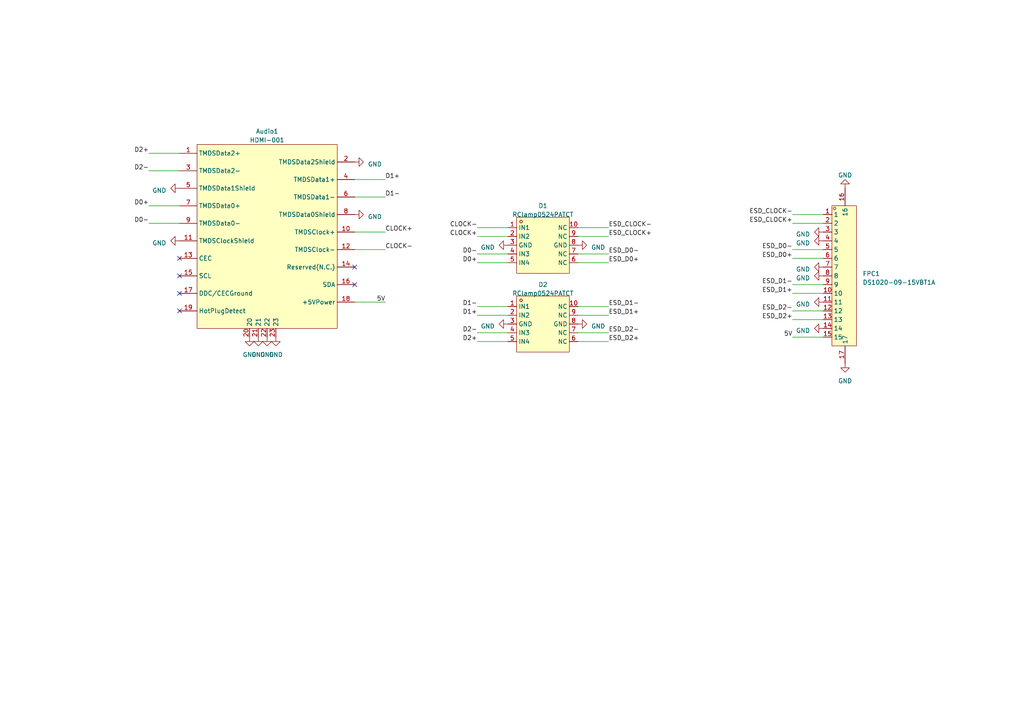
<source format=kicad_sch>
(kicad_sch (version 20230121) (generator eeschema)
  (paper "A4")
  (lib_symbols
    (symbol "easyeda2kicad:DS1020-09-15VBT1A"
      (property "Reference" "FPC" (at 0 30.48 0))
      (property "Value" "DS1020-09-15VBT1A" (at 0 -30.48 0))
      (symbol "DS1020-09-15VBT1A_0_1"
        (rectangle (start -1.27 20.32) (end 5.84 -20.32) (fill (type background)))
        (circle (center -0.51 19.56) (radius 0.38))
        (pin unspecified line (at -3.81 17.78 0) (length 2.54) (name "1") (number "1"))
        (pin unspecified line (at -3.81 -5.08 0) (length 2.54) (name "10") (number "10"))
        (pin unspecified line (at -3.81 -7.62 0) (length 2.54) (name "11") (number "11"))
        (pin unspecified line (at -3.81 -10.16 0) (length 2.54) (name "12") (number "12"))
        (pin unspecified line (at -3.81 -12.7 0) (length 2.54) (name "13") (number "13"))
        (pin unspecified line (at -3.81 -15.24 0) (length 2.54) (name "14") (number "14"))
        (pin unspecified line (at -3.81 -17.78 0) (length 2.54) (name "15") (number "15"))
        (pin unspecified line (at 2.54 25.4 270) (length 5.08) (name "16") (number "16"))
        (pin unspecified line (at 2.54 -25.4 90) (length 5.08) (name "17") (number "17"))
        (pin unspecified line (at -3.81 15.24 0) (length 2.54) (name "2") (number "2"))
        (pin unspecified line (at -3.81 12.7 0) (length 2.54) (name "3") (number "3"))
        (pin unspecified line (at -3.81 10.16 0) (length 2.54) (name "4") (number "4"))
        (pin unspecified line (at -3.81 7.62 0) (length 2.54) (name "5") (number "5"))
        (pin unspecified line (at -3.81 5.08 0) (length 2.54) (name "6") (number "6"))
        (pin unspecified line (at -3.81 2.54 0) (length 2.54) (name "7") (number "7"))
        (pin unspecified line (at -3.81 0 0) (length 2.54) (name "8") (number "8"))
        (pin unspecified line (at -3.81 -2.54 0) (length 2.54) (name "9") (number "9"))
      )
    )
    (symbol "easyeda2kicad:HDMI-001"
      (property "Reference" "Audio" (at 0 30.48 0))
      (property "Value" "HDMI-001" (at 0 -33.02 0))
      (symbol "HDMI-001_0_1"
        (rectangle (start -20.32 27.94) (end 20.32 -25.4) (fill (type background)))
        (pin unspecified line (at -25.4 25.4 0) (length 5.08) (name "TMDSData2+") (number "1"))
        (pin unspecified line (at 25.4 2.54 180) (length 5.08) (name "TMDSClock+") (number "10"))
        (pin unspecified line (at -25.4 0 0) (length 5.08) (name "TMDSClockShield") (number "11"))
        (pin unspecified line (at 25.4 -2.54 180) (length 5.08) (name "TMDSClock-") (number "12"))
        (pin unspecified line (at -25.4 -5.08 0) (length 5.08) (name "CEC") (number "13"))
        (pin unspecified line (at 25.4 -7.62 180) (length 5.08) (name "Reserved(N.C.)") (number "14"))
        (pin unspecified line (at -25.4 -10.16 0) (length 5.08) (name "SCL") (number "15"))
        (pin unspecified line (at 25.4 -12.7 180) (length 5.08) (name "SDA") (number "16"))
        (pin unspecified line (at -25.4 -15.24 0) (length 5.08) (name "DDC/CECGround") (number "17"))
        (pin unspecified line (at 25.4 -17.78 180) (length 5.08) (name "+5VPower") (number "18"))
        (pin unspecified line (at -25.4 -20.32 0) (length 5.08) (name "HotPlugDetect") (number "19"))
        (pin unspecified line (at 25.4 22.86 180) (length 5.08) (name "TMDSData2Shield") (number "2"))
        (pin unspecified line (at -5.08 -27.94 90) (length 2.54) (name "20") (number "20"))
        (pin unspecified line (at -2.54 -27.94 90) (length 2.54) (name "21") (number "21"))
        (pin unspecified line (at 0 -27.94 90) (length 2.54) (name "22") (number "22"))
        (pin unspecified line (at 2.54 -27.94 90) (length 2.54) (name "23") (number "23"))
        (pin unspecified line (at -25.4 20.32 0) (length 5.08) (name "TMDSData2-") (number "3"))
        (pin unspecified line (at 25.4 17.78 180) (length 5.08) (name "TMDSData1+") (number "4"))
        (pin unspecified line (at -25.4 15.24 0) (length 5.08) (name "TMDSData1Shield") (number "5"))
        (pin unspecified line (at 25.4 12.7 180) (length 5.08) (name "TMDSData1-") (number "6"))
        (pin unspecified line (at -25.4 10.16 0) (length 5.08) (name "TMDSData0+") (number "7"))
        (pin unspecified line (at 25.4 7.62 180) (length 5.08) (name "TMDSData0Shield") (number "8"))
        (pin unspecified line (at -25.4 5.08 0) (length 5.08) (name "TMDSData0-") (number "9"))
      )
    )
    (symbol "easyeda2kicad:RClamp0524PATCT"
      (property "Reference" "D" (at 0 10.16 0))
      (property "Value" "RClamp0524PATCT" (at 0 -10.16 0))
      (symbol "RClamp0524PATCT_0_1"
        (rectangle (start -7.62 8.13) (end 7.62 -8.13) (fill (type background)))
        (circle (center -6.35 6.86) (radius 0.38))
        (circle (center -6.35 6.86) (radius 0.38))
        (pin unspecified line (at -10.16 5.08 0) (length 2.54) (name "IN1") (number "1"))
        (pin unspecified line (at 10.16 5.08 180) (length 2.54) (name "NC") (number "10"))
        (pin unspecified line (at -10.16 2.54 0) (length 2.54) (name "IN2") (number "2"))
        (pin unspecified line (at -10.16 0 0) (length 2.54) (name "GND") (number "3"))
        (pin unspecified line (at -10.16 -2.54 0) (length 2.54) (name "IN3") (number "4"))
        (pin unspecified line (at -10.16 -5.08 0) (length 2.54) (name "IN4") (number "5"))
        (pin unspecified line (at 10.16 -5.08 180) (length 2.54) (name "NC") (number "6"))
        (pin unspecified line (at 10.16 -2.54 180) (length 2.54) (name "NC") (number "7"))
        (pin unspecified line (at 10.16 0 180) (length 2.54) (name "GND") (number "8"))
        (pin unspecified line (at 10.16 2.54 180) (length 2.54) (name "NC") (number "9"))
      )
    )
    (symbol "power:GND" (power) (pin_names (offset 0))
      (property "Value" "GND" (at 0 -3.81 0))
      (symbol "GND_0_1"
        (polyline (pts (xy 0 0) (xy 0 -1.27) (xy 1.27 -1.27) (xy 0 -2.54) (xy -1.27 -1.27) (xy 0 -1.27)))
      )
      (symbol "GND_1_1"
        (pin power_in line (at 0 0 270) (length 0) hide (name "GND") (number "1"))
      )
    )
  )
  (no_connect (at 52.07 85.09))
  (no_connect (at 52.07 90.17))
  (no_connect (at 102.87 77.47))
  (no_connect (at 52.07 80.01))
  (no_connect (at 52.07 74.93))
  (no_connect (at 102.87 82.55))
  (wire (pts (xy 111.76 87.63) (xy 102.87 87.63)))
  (wire (pts (xy 138.43 88.9) (xy 147.32 88.9)))
  (wire (pts (xy 138.43 96.52) (xy 147.32 96.52)))
  (wire (pts (xy 43.18 49.53) (xy 52.07 49.53)))
  (wire (pts (xy 229.87 72.39) (xy 238.76 72.39)))
  (wire (pts (xy 229.87 85.09) (xy 238.76 85.09)))
  (wire (pts (xy 43.18 64.77) (xy 52.07 64.77)))
  (wire (pts (xy 229.87 97.79) (xy 238.76 97.79)))
  (wire (pts (xy 138.43 91.44) (xy 147.32 91.44)))
  (wire (pts (xy 229.87 92.71) (xy 238.76 92.71)))
  (wire (pts (xy 43.18 59.69) (xy 52.07 59.69)))
  (wire (pts (xy 176.53 99.06) (xy 167.64 99.06)))
  (wire (pts (xy 111.76 57.15) (xy 102.87 57.15)))
  (wire (pts (xy 138.43 73.66) (xy 147.32 73.66)))
  (wire (pts (xy 111.76 67.31) (xy 102.87 67.31)))
  (wire (pts (xy 43.18 44.45) (xy 52.07 44.45)))
  (wire (pts (xy 176.53 88.9) (xy 167.64 88.9)))
  (wire (pts (xy 111.76 52.07) (xy 102.87 52.07)))
  (wire (pts (xy 176.53 68.58) (xy 167.64 68.58)))
  (wire (pts (xy 111.76 72.39) (xy 102.87 72.39)))
  (wire (pts (xy 176.53 91.44) (xy 167.64 91.44)))
  (wire (pts (xy 229.87 62.23) (xy 238.76 62.23)))
  (wire (pts (xy 138.43 76.2) (xy 147.32 76.2)))
  (wire (pts (xy 229.87 74.93) (xy 238.76 74.93)))
  (wire (pts (xy 138.43 99.06) (xy 147.32 99.06)))
  (wire (pts (xy 176.53 76.2) (xy 167.64 76.2)))
  (wire (pts (xy 176.53 66.04) (xy 167.64 66.04)))
  (wire (pts (xy 176.53 96.52) (xy 167.64 96.52)))
  (wire (pts (xy 138.43 68.58) (xy 147.32 68.58)))
  (wire (pts (xy 138.43 66.04) (xy 147.32 66.04)))
  (wire (pts (xy 229.87 64.77) (xy 238.76 64.77)))
  (wire (pts (xy 229.87 82.55) (xy 238.76 82.55)))
  (wire (pts (xy 176.53 73.66) (xy 167.64 73.66)))
  (wire (pts (xy 229.87 90.17) (xy 238.76 90.17)))
  (label "D2-" (at 43.18 49.53 180))
  (label "D2+" (at 43.18 44.45 180))
  (label "CLOCK+" (at 138.43 68.58 180))
  (label "D2+" (at 138.43 99.06 180))
  (label "ESD_D2+" (at 176.53 99.06 0))
  (label "D2-" (at 138.43 96.52 180))
  (label "ESD_CLOCK+" (at 229.87 64.77 180))
  (label "D0-" (at 43.18 64.77 180))
  (label "ESD_CLOCK+" (at 176.53 68.58 0))
  (label "D1+" (at 138.43 91.44 180))
  (label "ESD_D2-" (at 176.53 96.52 0))
  (label "CLOCK-" (at 111.76 72.39 0))
  (label "ESD_CLOCK-" (at 176.53 66.04 0))
  (label "ESD_D2+" (at 229.87 92.71 180))
  (label "CLOCK+" (at 111.76 67.31 0))
  (label "CLOCK-" (at 138.43 66.04 180))
  (label "ESD_D0-" (at 229.87 72.39 180))
  (label "5V" (at 111.76 87.63 180))
  (label "ESD_D1+" (at 176.53 91.44 0))
  (label "ESD_D0+" (at 229.87 74.93 180))
  (label "D1-" (at 111.76 57.15 0))
  (label "D1+" (at 111.76 52.07 0))
  (label "ESD_D0+" (at 176.53 76.2 0))
  (label "D0+" (at 43.18 59.69 180))
  (label "D1-" (at 138.43 88.9 180))
  (label "ESD_D1-" (at 176.53 88.9 0))
  (label "ESD_D1-" (at 229.87 82.55 180))
  (label "ESD_D1+" (at 229.87 85.09 180))
  (label "D0-" (at 138.43 73.66 180))
  (label "ESD_D0-" (at 176.53 73.66 0))
  (label "D0+" (at 138.43 76.2 180))
  (label "ESD_D2-" (at 229.87 90.17 180))
  (label "5V" (at 229.87 97.79 180))
  (label "ESD_CLOCK-" (at 229.87 62.23 180))
  (symbol (lib_id "power:GND") (at 238.76 77.47 270) (unit 1)
    (property "Reference" "#PWR05" (effects hide))
    (property "Value" "GND" (at 234.95 78.105 90) (effects (justify right)))
  )
  (symbol (lib_id "power:GND") (at 238.76 95.25 270) (unit 1)
    (property "Reference" "#PWR08" (effects hide))
    (property "Value" "GND" (at 234.95 95.885 90) (effects (justify right)))
  )
  (symbol (lib_id "power:GND") (at 147.32 93.98 270) (unit 1)
    (property "Reference" "#PWR010" (effects hide))
    (property "Value" "GND" (at 143.51 94.615 90) (effects (justify right)))
  )
  (symbol (lib_id "power:GND") (at 167.64 71.12 90) (unit 1)
    (property "Reference" "#PWR011" (effects hide))
    (property "Value" "GND" (at 171.45 71.755 90) (effects (justify right)))
  )
  (symbol (lib_id "power:GND") (at 245.11 105.41 0) (unit 1)
    (property "Reference" "#PWR01" (effects hide))
    (property "Value" "GND" (at 245.11 110.49 0))
  )
  (symbol (lib_id "power:GND") (at 52.07 54.61 270) (unit 1)
    (property "Reference" "#PWR015" (effects hide))
    (property "Value" "GND" (at 48.26 55.245 90) (effects (justify right)))
  )
  (symbol (lib_id "power:GND") (at 72.39 97.79 0) (unit 1)
    (property "Reference" "#PWR017" (effects hide))
    (property "Value" "GND" (at 72.39 102.87 0))
  )
  (symbol (lib_id "power:GND") (at 147.32 71.12 270) (unit 1)
    (property "Reference" "#PWR09" (effects hide))
    (property "Value" "GND" (at 143.51 71.755 90) (effects (justify right)))
  )
  (symbol (lib_id "power:GND") (at 238.76 69.85 270) (unit 1)
    (property "Reference" "#PWR04" (effects hide))
    (property "Value" "GND" (at 234.95 70.485 90) (effects (justify right)))
  )
  (symbol (lib_id "power:GND") (at 80.01 97.79 0) (unit 1)
    (property "Reference" "#PWR020" (effects hide))
    (property "Value" "GND" (at 80.01 102.87 0))
  )
  (symbol (lib_id "power:GND") (at 238.76 87.63 270) (unit 1)
    (property "Reference" "#PWR07" (effects hide))
    (property "Value" "GND" (at 234.95 88.265 90) (effects (justify right)))
  )
  (symbol (lib_id "power:GND") (at 77.47 97.79 0) (unit 1)
    (property "Reference" "#PWR019" (effects hide))
    (property "Value" "GND" (at 77.47 102.87 0))
  )
  (symbol (lib_id "power:GND") (at 238.76 67.31 270) (unit 1)
    (property "Reference" "#PWR03" (effects hide))
    (property "Value" "GND" (at 234.95 67.945 90) (effects (justify right)))
  )
  (symbol (lib_id "power:GND") (at 102.87 46.99 90) (unit 1)
    (property "Reference" "#PWR014" (effects hide))
    (property "Value" "GND" (at 106.68 47.625 90) (effects (justify right)))
  )
  (symbol (lib_id "power:GND") (at 52.07 69.85 270) (unit 1)
    (property "Reference" "#PWR016" (effects hide))
    (property "Value" "GND" (at 48.26 70.485 90) (effects (justify right)))
  )
  (symbol (lib_id "power:GND") (at 74.93 97.79 0) (unit 1)
    (property "Reference" "#PWR018" (effects hide))
    (property "Value" "GND" (at 74.93 102.87 0))
  )
  (symbol (lib_id "power:GND") (at 167.64 93.98 90) (unit 1)
    (property "Reference" "#PWR012" (effects hide))
    (property "Value" "GND" (at 171.45 94.615 90) (effects (justify right)))
  )
  (symbol (lib_id "power:GND") (at 238.76 80.01 270) (unit 1)
    (property "Reference" "#PWR06" (effects hide))
    (property "Value" "GND" (at 234.95 80.645 90) (effects (justify right)))
  )
  (symbol (lib_id "easyeda2kicad:HDMI-001") (at 77.47 69.85 0) (unit 1)
    (property "Reference" "Audio1" (at 77.47 38.1 0))
    (property "Value" "HDMI-001" (at 77.47 40.64 0))
    (property "Footprint" "easyeda2kicad:HDMI-SMD_19P-P0.50-H-F" (effects hide))
    (property "Datasheet" "https://lcsc.com/product-detail/Audio-Video-Connectors_Boom-Precision-Elec-HDMI-001_C138388.html" (effects hide))
    (property "Manufacturer" "BOOMELE(博穆精密)" (effects hide))
    (property "LCSC Part" "C138388" (effects hide))
    (property "JLC Part" "Extended Part" (effects hide))
  )
  (symbol (lib_id "power:GND") (at 102.87 62.23 90) (unit 1)
    (property "Reference" "#PWR013" (effects hide))
    (property "Value" "GND" (at 106.68 62.865 90) (effects (justify right)))
  )
  (symbol (lib_id "easyeda2kicad:RClamp0524PATCT") (at 157.48 71.12 0) (unit 1)
    (property "Reference" "D1" (at 157.48 59.69 0))
    (property "Value" "RClamp0524PATCT" (at 157.48 62.23 0))
    (property "Footprint" "easyeda2kicad:SLP2510P8_L2.5-W1.0-P0.50-BL" (effects hide))
    (property "Datasheet" "https://lcsc.com/product-detail/TVS_SEMTECH_RClamp0524PATCT_RClamp0524PATCT_C40960.html" (effects hide))
    (property "Manufacturer" "SEMTECH" (effects hide))
    (property "LCSC Part" "C40960" (effects hide))
    (property "JLC Part" "Extended Part" (effects hide))
  )
  (symbol (lib_id "easyeda2kicad:RClamp0524PATCT") (at 157.48 93.98 0) (unit 1)
    (property "Reference" "D2" (at 157.48 82.55 0))
    (property "Value" "RClamp0524PATCT" (at 157.48 85.09 0))
    (property "Footprint" "easyeda2kicad:SLP2510P8_L2.5-W1.0-P0.50-BL" (effects hide))
    (property "Datasheet" "https://lcsc.com/product-detail/TVS_SEMTECH_RClamp0524PATCT_RClamp0524PATCT_C40960.html" (effects hide))
    (property "Manufacturer" "SEMTECH" (effects hide))
    (property "LCSC Part" "C40960" (effects hide))
    (property "JLC Part" "Extended Part" (effects hide))
  )
  (symbol (lib_id "easyeda2kicad:DS1020-09-15VBT1A") (at 242.57 80.01 0) (unit 1)
    (property "Reference" "FPC1" (at 250.19 79.375 0) (effects (justify left)))
    (property "Value" "DS1020-09-15VBT1A" (at 250.19 81.915 0) (effects (justify left)))
    (property "Footprint" "easyeda2kicad:FPC-SMD_P0.50-15P_LSXJ-H2.0-15P" (effects hide))
    (property "Datasheet" "https://lcsc.com/product-detail/FPC-Connectors_FPCConnector-15P-pitch0-5mm-Under-the-next_C94918.html" (effects hide))
    (property "Manufacturer" "CONNFLY" (effects hide))
    (property "LCSC Part" "C94918" (effects hide))
    (property "JLC Part" "Extended Part" (effects hide))
  )
  (symbol (lib_id "power:GND") (at 245.11 54.61 180) (unit 1)
    (property "Reference" "#PWR02" (effects hide))
    (property "Value" "GND" (at 245.11 50.8 0))
  )
)
</source>
